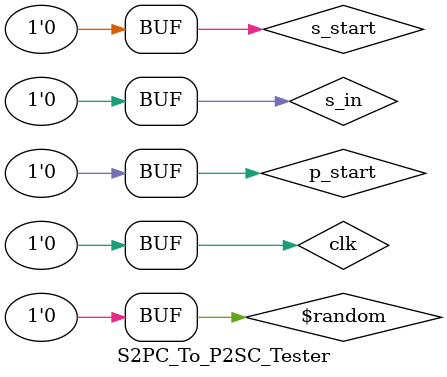
<source format=v>


`timescale 1ns/100ps

module S2PC_To_P2SC_Tester;
  
  // Initialize shared inputs and outputs:
  
  reg clk;

  // Initialize inputs and outputs for S2PC:
  
  reg  s_in, s_start;
  
  wire [8:0] parout;
  wire s_ready;
  
  // Instantiate a S2PC module:
  
  S2PC s_UUT (clk, s_start, s_in, parout, s_ready);
  
  // Initialize inputs and outputs for P2SC:
  
  reg p_start;
  
  wire p_ready, sout;
  
  // Instantiate a P2CS module, using the last 8 bits of parout as p_in:
  
  P2SC p_UUT (parout[7:0], clk, p_start, sout, p_ready);
  
  // Initialize all registers to initial values:
  
  initial begin
    
    clk   = 0;
    p_start = 0; s_start = 0;
    s_in = 0;
    
  end
  
  // Initialize the clock:
  
  initial repeat (50) #10 clk = ~clk;
  
  // Assign the parallel input to a random value every 7ns
  
  initial repeat (70) #7 s_in = $random;
  
  // Generate the testbench timeline:
  
  initial begin
    
    s_start <= #25 1;
    s_start <= #35 0;
    
    p_start <= #245 1;
    p_start <= #255 0;
    
  end
      
endmodule
</source>
